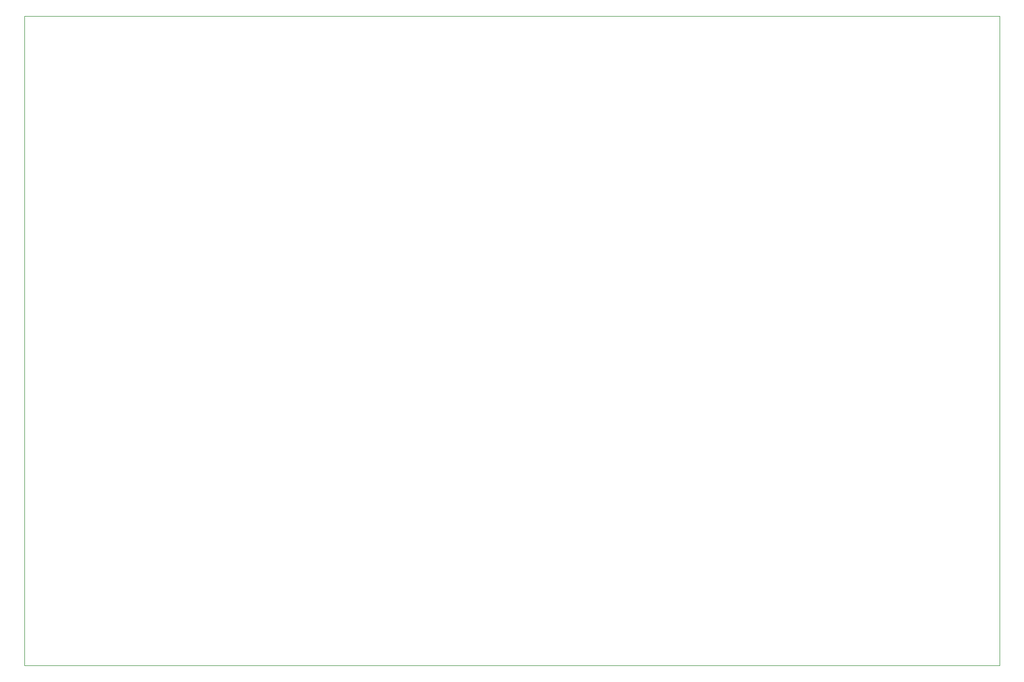
<source format=gbr>
G04 #@! TF.GenerationSoftware,KiCad,Pcbnew,5.1.5-52549c5~84~ubuntu19.04.1*
G04 #@! TF.CreationDate,2020-02-26T14:32:14-06:00*
G04 #@! TF.ProjectId,LeashPCB,4c656173-6850-4434-922e-6b696361645f,rev?*
G04 #@! TF.SameCoordinates,Original*
G04 #@! TF.FileFunction,Profile,NP*
%FSLAX46Y46*%
G04 Gerber Fmt 4.6, Leading zero omitted, Abs format (unit mm)*
G04 Created by KiCad (PCBNEW 5.1.5-52549c5~84~ubuntu19.04.1) date 2020-02-26 14:32:14*
%MOMM*%
%LPD*%
G04 APERTURE LIST*
%ADD10C,0.050000*%
G04 APERTURE END LIST*
D10*
X284880000Y-46100000D02*
X284880000Y-152100000D01*
X284880000Y-152100000D02*
X125880000Y-152100000D01*
X125880000Y-46100000D02*
X284880000Y-46100000D01*
X125880000Y-152100000D02*
X125880000Y-46100000D01*
M02*

</source>
